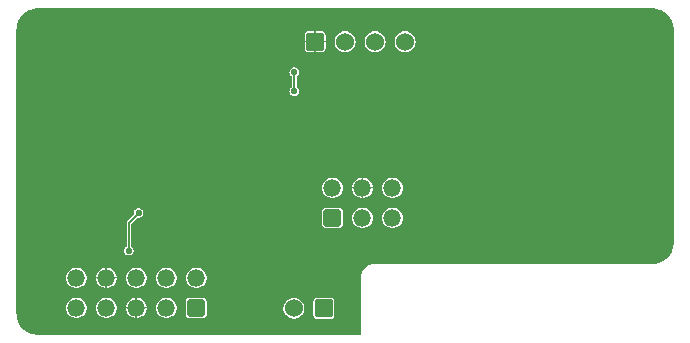
<source format=gbr>
%TF.GenerationSoftware,Altium Limited,Altium Designer,20.1.8 (145)*%
G04 Layer_Physical_Order=4*
G04 Layer_Color=16728128*
%FSLAX45Y45*%
%MOMM*%
%TF.SameCoordinates,106D5BB1-83B8-4C97-8579-1C7B844FC3FF*%
%TF.FilePolarity,Positive*%
%TF.FileFunction,Copper,L4,Bot,Signal*%
%TF.Part,Single*%
G01*
G75*
%TA.AperFunction,Conductor*%
%ADD24C,0.12700*%
%TA.AperFunction,ComponentPad*%
%ADD29C,1.50000*%
%TA.AperFunction,ViaPad*%
%ADD30C,3.60000*%
%TA.AperFunction,ComponentPad*%
%ADD31C,1.52400*%
G04:AMPARAMS|DCode=32|XSize=1.524mm|YSize=1.524mm|CornerRadius=0.1905mm|HoleSize=0mm|Usage=FLASHONLY|Rotation=0.000|XOffset=0mm|YOffset=0mm|HoleType=Round|Shape=RoundedRectangle|*
%AMROUNDEDRECTD32*
21,1,1.52400,1.14300,0,0,0.0*
21,1,1.14300,1.52400,0,0,0.0*
1,1,0.38100,0.57150,-0.57150*
1,1,0.38100,-0.57150,-0.57150*
1,1,0.38100,-0.57150,0.57150*
1,1,0.38100,0.57150,0.57150*
%
%ADD32ROUNDEDRECTD32*%
G04:AMPARAMS|DCode=33|XSize=1.5mm|YSize=1.45mm|CornerRadius=0.18125mm|HoleSize=0mm|Usage=FLASHONLY|Rotation=180.000|XOffset=0mm|YOffset=0mm|HoleType=Round|Shape=RoundedRectangle|*
%AMROUNDEDRECTD33*
21,1,1.50000,1.08750,0,0,180.0*
21,1,1.13750,1.45000,0,0,180.0*
1,1,0.36250,-0.56875,0.54375*
1,1,0.36250,0.56875,0.54375*
1,1,0.36250,0.56875,-0.54375*
1,1,0.36250,-0.56875,-0.54375*
%
%ADD33ROUNDEDRECTD33*%
%ADD34O,1.50000X1.45000*%
%TA.AperFunction,ViaPad*%
%ADD35C,0.56000*%
G36*
X200000Y2782065D02*
X5400001D01*
Y2782065D01*
X5417460Y2781291D01*
X5431639Y2779424D01*
X5447156Y2775984D01*
X5462315Y2771205D01*
X5476999Y2765122D01*
X5491097Y2757783D01*
X5504502Y2749243D01*
X5517112Y2739567D01*
X5528831Y2728829D01*
X5539569Y2717111D01*
X5549244Y2704501D01*
X5557784Y2691096D01*
X5565123Y2676998D01*
X5571206Y2662313D01*
X5575986Y2647155D01*
X5579426Y2631637D01*
X5581500Y2615879D01*
X5582162Y2600724D01*
X5582067Y2600000D01*
Y800000D01*
X5582162Y799276D01*
X5581500Y784121D01*
X5579426Y768363D01*
X5575986Y752845D01*
X5571206Y737686D01*
X5565123Y723002D01*
X5557784Y708903D01*
X5549244Y695498D01*
X5539568Y682888D01*
X5528830Y671170D01*
X5517112Y660432D01*
X5504502Y650756D01*
X5491097Y642216D01*
X5476998Y634877D01*
X5462314Y628794D01*
X5447155Y624015D01*
X5431638Y620575D01*
X5415879Y618500D01*
X5400725Y617838D01*
X5400000Y617934D01*
X3068580Y617933D01*
X3050800Y617966D01*
X3037592Y617225D01*
X3033595Y616545D01*
X3024550Y615008D01*
X3011838Y611346D01*
X2999617Y606284D01*
X2988038Y599885D01*
X2977250Y592230D01*
X2967386Y583415D01*
X2958571Y573551D01*
X2950916Y562762D01*
X2944517Y551184D01*
X2939454Y538962D01*
X2935792Y526250D01*
X2934255Y517206D01*
X2933575Y513209D01*
X2932834Y500000D01*
X2932867D01*
Y17933D01*
X200000D01*
X199276Y17838D01*
X184121Y18500D01*
X168363Y20574D01*
X152845Y24014D01*
X137686Y28794D01*
X123002Y34876D01*
X108903Y42216D01*
X95498Y50756D01*
X82888Y60432D01*
X71170Y71170D01*
X60432Y82888D01*
X50756Y95498D01*
X42216Y108903D01*
X34876Y123002D01*
X28794Y137686D01*
X24014Y152845D01*
X20574Y168363D01*
X18500Y184121D01*
X17846Y199100D01*
X17934Y199769D01*
X17933Y2600000D01*
X17838Y2600724D01*
X18500Y2615878D01*
X20574Y2631636D01*
X24014Y2647154D01*
X28794Y2662312D01*
X34876Y2676997D01*
X42216Y2691095D01*
X50756Y2704501D01*
X60432Y2717110D01*
X71170Y2728829D01*
X82888Y2739567D01*
X95498Y2749243D01*
X108903Y2757783D01*
X123002Y2765122D01*
X137686Y2771205D01*
X152845Y2775984D01*
X168363Y2779424D01*
X184121Y2781499D01*
X199276Y2782161D01*
X200000Y2782065D01*
D02*
G37*
%LPC*%
G36*
X2603150Y2589053D02*
X2552350D01*
Y2506350D01*
X2635054D01*
Y2557150D01*
X2634441Y2563374D01*
X2632625Y2569359D01*
X2629677Y2574874D01*
X2625709Y2579709D01*
X2620875Y2583677D01*
X2615359Y2586625D01*
X2609374Y2588441D01*
X2603150Y2589053D01*
D02*
G37*
G36*
X2539650D02*
X2488850D01*
X2482626Y2588441D01*
X2476641Y2586625D01*
X2471125Y2583677D01*
X2466291Y2579709D01*
X2462323Y2574874D01*
X2459375Y2569359D01*
X2457559Y2563374D01*
X2456946Y2557150D01*
Y2506350D01*
X2539650D01*
Y2589053D01*
D02*
G37*
G36*
X2635054Y2493650D02*
X2552350D01*
Y2410946D01*
X2603150D01*
X2609374Y2411559D01*
X2615359Y2413375D01*
X2620875Y2416323D01*
X2625709Y2420291D01*
X2629677Y2425125D01*
X2632625Y2430641D01*
X2634441Y2436626D01*
X2635054Y2442850D01*
Y2493650D01*
D02*
G37*
G36*
X2539650D02*
X2456946D01*
Y2442850D01*
X2457559Y2436626D01*
X2459375Y2430641D01*
X2462323Y2425125D01*
X2466291Y2420291D01*
X2471125Y2416323D01*
X2476641Y2413375D01*
X2482626Y2411559D01*
X2488850Y2410946D01*
X2539650D01*
Y2493650D01*
D02*
G37*
G36*
X3308000Y2589091D02*
X3296371Y2588328D01*
X3284942Y2586055D01*
X3273906Y2582309D01*
X3263454Y2577155D01*
X3253765Y2570680D01*
X3245003Y2562996D01*
X3237320Y2554235D01*
X3230845Y2544545D01*
X3225691Y2534093D01*
X3221945Y2523058D01*
X3219671Y2511628D01*
X3218909Y2500000D01*
X3219671Y2488371D01*
X3221945Y2476941D01*
X3225691Y2465906D01*
X3230845Y2455455D01*
X3237320Y2445765D01*
X3245003Y2437003D01*
X3253765Y2429319D01*
X3263454Y2422845D01*
X3273906Y2417691D01*
X3284942Y2413945D01*
X3296371Y2411671D01*
X3308000Y2410909D01*
X3319629Y2411671D01*
X3331058Y2413945D01*
X3342094Y2417691D01*
X3352545Y2422845D01*
X3362235Y2429319D01*
X3370997Y2437003D01*
X3378680Y2445765D01*
X3385155Y2455455D01*
X3390309Y2465906D01*
X3394055Y2476941D01*
X3396328Y2488371D01*
X3397091Y2500000D01*
X3396328Y2511628D01*
X3394055Y2523058D01*
X3390309Y2534093D01*
X3385155Y2544545D01*
X3378680Y2554235D01*
X3370997Y2562996D01*
X3362235Y2570680D01*
X3352545Y2577155D01*
X3342094Y2582309D01*
X3331058Y2586055D01*
X3319629Y2588328D01*
X3308000Y2589091D01*
D02*
G37*
G36*
X3054000D02*
X3042371Y2588328D01*
X3030942Y2586055D01*
X3019906Y2582309D01*
X3009454Y2577155D01*
X2999765Y2570680D01*
X2991003Y2562996D01*
X2983320Y2554235D01*
X2976845Y2544545D01*
X2971691Y2534093D01*
X2967945Y2523058D01*
X2965671Y2511628D01*
X2964909Y2500000D01*
X2965671Y2488371D01*
X2967945Y2476941D01*
X2971691Y2465906D01*
X2976845Y2455455D01*
X2983320Y2445765D01*
X2991003Y2437003D01*
X2999765Y2429319D01*
X3009454Y2422845D01*
X3019906Y2417691D01*
X3030942Y2413945D01*
X3042371Y2411671D01*
X3054000Y2410909D01*
X3065629Y2411671D01*
X3077058Y2413945D01*
X3088094Y2417691D01*
X3098545Y2422845D01*
X3108235Y2429319D01*
X3116997Y2437003D01*
X3124680Y2445765D01*
X3131155Y2455455D01*
X3136309Y2465906D01*
X3140055Y2476941D01*
X3142328Y2488371D01*
X3143091Y2500000D01*
X3142328Y2511628D01*
X3140055Y2523058D01*
X3136309Y2534093D01*
X3131155Y2544545D01*
X3124680Y2554235D01*
X3116997Y2562996D01*
X3108235Y2570680D01*
X3098545Y2577155D01*
X3088094Y2582309D01*
X3077058Y2586055D01*
X3065629Y2588328D01*
X3054000Y2589091D01*
D02*
G37*
G36*
X2800000D02*
X2788371Y2588328D01*
X2776942Y2586055D01*
X2765906Y2582309D01*
X2755454Y2577155D01*
X2745765Y2570680D01*
X2737003Y2562996D01*
X2729320Y2554235D01*
X2722845Y2544545D01*
X2717691Y2534093D01*
X2713945Y2523058D01*
X2711671Y2511628D01*
X2710909Y2500000D01*
X2711671Y2488371D01*
X2713945Y2476941D01*
X2717691Y2465906D01*
X2722845Y2455455D01*
X2729320Y2445765D01*
X2737003Y2437003D01*
X2745765Y2429319D01*
X2755454Y2422845D01*
X2765906Y2417691D01*
X2776942Y2413945D01*
X2788371Y2411671D01*
X2800000Y2410909D01*
X2811629Y2411671D01*
X2823058Y2413945D01*
X2834094Y2417691D01*
X2844545Y2422845D01*
X2854235Y2429319D01*
X2862997Y2437003D01*
X2870680Y2445765D01*
X2877155Y2455455D01*
X2882309Y2465906D01*
X2886055Y2476941D01*
X2888328Y2488371D01*
X2889091Y2500000D01*
X2888328Y2511628D01*
X2886055Y2523058D01*
X2882309Y2534093D01*
X2877155Y2544545D01*
X2870680Y2554235D01*
X2862997Y2562996D01*
X2854235Y2570680D01*
X2844545Y2577155D01*
X2834094Y2582309D01*
X2823058Y2586055D01*
X2811629Y2588328D01*
X2800000Y2589091D01*
D02*
G37*
G36*
X2370215Y2282095D02*
X2362237Y2281309D01*
X2354565Y2278982D01*
X2347494Y2275202D01*
X2341297Y2270116D01*
X2336211Y2263919D01*
X2332432Y2256848D01*
X2330105Y2249177D01*
X2329319Y2241198D01*
X2330105Y2233219D01*
X2332432Y2225547D01*
X2336211Y2218477D01*
X2341297Y2212280D01*
X2347494Y2207193D01*
X2351001Y2205319D01*
Y2117079D01*
X2347495Y2115204D01*
X2341297Y2110118D01*
X2336211Y2103921D01*
X2332432Y2096850D01*
X2330105Y2089178D01*
X2329319Y2081200D01*
X2330105Y2073221D01*
X2332432Y2065549D01*
X2336211Y2058479D01*
X2341297Y2052281D01*
X2347495Y2047195D01*
X2354565Y2043416D01*
X2362237Y2041089D01*
X2370216Y2040303D01*
X2378194Y2041089D01*
X2385866Y2043416D01*
X2392937Y2047195D01*
X2399134Y2052281D01*
X2404220Y2058479D01*
X2408000Y2065549D01*
X2410327Y2073221D01*
X2411113Y2081200D01*
X2410327Y2089178D01*
X2408000Y2096850D01*
X2404220Y2103921D01*
X2399134Y2110118D01*
X2392937Y2115204D01*
X2389430Y2117079D01*
Y2205319D01*
X2392937Y2207193D01*
X2399134Y2212280D01*
X2404220Y2218477D01*
X2407999Y2225547D01*
X2410326Y2233219D01*
X2411112Y2241198D01*
X2410326Y2249177D01*
X2407999Y2256848D01*
X2404220Y2263919D01*
X2399134Y2270116D01*
X2392937Y2275202D01*
X2385866Y2278982D01*
X2378194Y2281309D01*
X2370215Y2282095D01*
D02*
G37*
G36*
X2954149Y1349048D02*
Y1270267D01*
X3035265D01*
X3034951Y1275062D01*
X3032772Y1286016D01*
X3029182Y1296592D01*
X3024242Y1306609D01*
X3018037Y1315895D01*
X3010673Y1324292D01*
X3002276Y1331656D01*
X2992990Y1337861D01*
X2982973Y1342801D01*
X2972397Y1346391D01*
X2961443Y1348570D01*
X2954149Y1349048D01*
D02*
G37*
G36*
X2941449D02*
X2934154Y1348570D01*
X2923200Y1346391D01*
X2912624Y1342801D01*
X2902607Y1337861D01*
X2893321Y1331656D01*
X2884924Y1324292D01*
X2877560Y1315895D01*
X2871355Y1306609D01*
X2866415Y1296592D01*
X2862825Y1286016D01*
X2860647Y1275062D01*
X2860332Y1270267D01*
X2941449D01*
Y1349048D01*
D02*
G37*
G36*
X3035265Y1257567D02*
X2954149D01*
Y1178787D01*
X2961443Y1179265D01*
X2972397Y1181444D01*
X2982973Y1185034D01*
X2992990Y1189973D01*
X3002276Y1196178D01*
X3010673Y1203542D01*
X3018037Y1211939D01*
X3024242Y1221226D01*
X3029182Y1231243D01*
X3032772Y1241818D01*
X3034951Y1252772D01*
X3035265Y1257567D01*
D02*
G37*
G36*
X2941449D02*
X2860332D01*
X2860647Y1252772D01*
X2862825Y1241818D01*
X2866415Y1231243D01*
X2871355Y1221226D01*
X2877560Y1211939D01*
X2884924Y1203542D01*
X2893321Y1196178D01*
X2902607Y1189973D01*
X2912624Y1185034D01*
X2923200Y1181444D01*
X2934154Y1179265D01*
X2941449Y1178787D01*
Y1257567D01*
D02*
G37*
G36*
X3204299Y1349300D02*
X3199299D01*
X3188154Y1348570D01*
X3177200Y1346391D01*
X3166624Y1342801D01*
X3156607Y1337861D01*
X3147321Y1331656D01*
X3138924Y1324292D01*
X3131560Y1315895D01*
X3125355Y1306609D01*
X3120415Y1296592D01*
X3116825Y1286016D01*
X3114647Y1275062D01*
X3113916Y1263917D01*
X3114647Y1252773D01*
X3116825Y1241819D01*
X3120415Y1231243D01*
X3125355Y1221226D01*
X3131560Y1211940D01*
X3138924Y1203543D01*
X3147321Y1196179D01*
X3156607Y1189974D01*
X3166624Y1185034D01*
X3177200Y1181444D01*
X3188154Y1179265D01*
X3199299Y1178535D01*
X3204299D01*
X3215443Y1179265D01*
X3226397Y1181444D01*
X3236973Y1185034D01*
X3246990Y1189974D01*
X3256276Y1196179D01*
X3264673Y1203543D01*
X3272037Y1211940D01*
X3278242Y1221226D01*
X3283182Y1231243D01*
X3286772Y1241819D01*
X3288951Y1252773D01*
X3289682Y1263917D01*
X3288951Y1275062D01*
X3286772Y1286016D01*
X3283182Y1296592D01*
X3278242Y1306609D01*
X3272037Y1315895D01*
X3264673Y1324292D01*
X3256276Y1331656D01*
X3246990Y1337861D01*
X3236973Y1342801D01*
X3226397Y1346391D01*
X3215443Y1348570D01*
X3204299Y1349300D01*
D02*
G37*
G36*
X2696299D02*
X2691299D01*
X2680154Y1348570D01*
X2669200Y1346391D01*
X2658624Y1342801D01*
X2648607Y1337861D01*
X2639321Y1331656D01*
X2630924Y1324292D01*
X2623560Y1315895D01*
X2617355Y1306609D01*
X2612415Y1296592D01*
X2608825Y1286016D01*
X2606647Y1275062D01*
X2605916Y1263917D01*
X2606647Y1252773D01*
X2608825Y1241819D01*
X2612415Y1231243D01*
X2617355Y1221226D01*
X2623560Y1211940D01*
X2630924Y1203543D01*
X2639321Y1196179D01*
X2648607Y1189974D01*
X2658624Y1185034D01*
X2669200Y1181444D01*
X2680154Y1179265D01*
X2691299Y1178535D01*
X2696299D01*
X2707443Y1179265D01*
X2718397Y1181444D01*
X2728973Y1185034D01*
X2738990Y1189974D01*
X2748276Y1196179D01*
X2756673Y1203543D01*
X2764037Y1211940D01*
X2770242Y1221226D01*
X2775182Y1231243D01*
X2778772Y1241819D01*
X2780951Y1252773D01*
X2781682Y1263917D01*
X2780951Y1275062D01*
X2778772Y1286016D01*
X2775182Y1296592D01*
X2770242Y1306609D01*
X2764037Y1315895D01*
X2756673Y1324292D01*
X2748276Y1331656D01*
X2738990Y1337861D01*
X2728973Y1342801D01*
X2718397Y1346391D01*
X2707443Y1348570D01*
X2696299Y1349300D01*
D02*
G37*
G36*
X1051300Y1090803D02*
X1043321Y1090017D01*
X1035649Y1087690D01*
X1028579Y1083910D01*
X1022381Y1078824D01*
X1017295Y1072627D01*
X1013516Y1065556D01*
X1011189Y1057885D01*
X1010403Y1049906D01*
X1011189Y1041927D01*
X1012343Y1038122D01*
X956016Y981795D01*
X952963Y977816D01*
X951043Y973182D01*
X950388Y968209D01*
X950388Y968207D01*
Y766733D01*
X946882Y764859D01*
X940684Y759773D01*
X935598Y753576D01*
X931819Y746505D01*
X929492Y738833D01*
X928706Y730855D01*
X929492Y722876D01*
X931819Y715204D01*
X935598Y708133D01*
X940684Y701936D01*
X946882Y696850D01*
X953952Y693071D01*
X961624Y690744D01*
X969603Y689958D01*
X977581Y690744D01*
X985253Y693071D01*
X992324Y696850D01*
X998521Y701936D01*
X1003607Y708133D01*
X1007386Y715204D01*
X1009713Y722876D01*
X1010499Y730855D01*
X1009713Y738833D01*
X1007386Y746505D01*
X1003607Y753576D01*
X998521Y759773D01*
X992324Y764859D01*
X988817Y766733D01*
Y960250D01*
X1039516Y1010949D01*
X1043321Y1009795D01*
X1051300Y1009009D01*
X1059279Y1009795D01*
X1066950Y1012122D01*
X1074021Y1015901D01*
X1080218Y1020988D01*
X1085304Y1027185D01*
X1089084Y1034255D01*
X1091411Y1041927D01*
X1092197Y1049906D01*
X1091411Y1057885D01*
X1089084Y1065556D01*
X1085304Y1072627D01*
X1080218Y1078824D01*
X1074021Y1083910D01*
X1066950Y1087690D01*
X1059279Y1090017D01*
X1051300Y1090803D01*
D02*
G37*
G36*
X2750674Y1095267D02*
X2636924D01*
X2630881Y1094671D01*
X2625071Y1092909D01*
X2619716Y1090047D01*
X2615022Y1086194D01*
X2611170Y1081501D01*
X2608308Y1076146D01*
X2606545Y1070335D01*
X2605950Y1064293D01*
Y955542D01*
X2606545Y949500D01*
X2608308Y943689D01*
X2611170Y938334D01*
X2615022Y933641D01*
X2619716Y929788D01*
X2625071Y926926D01*
X2630881Y925164D01*
X2636924Y924568D01*
X2750674D01*
X2756716Y925164D01*
X2762527Y926926D01*
X2767882Y929788D01*
X2772576Y933641D01*
X2776428Y938334D01*
X2779290Y943689D01*
X2781053Y949500D01*
X2781648Y955542D01*
Y1064293D01*
X2781053Y1070335D01*
X2779290Y1076146D01*
X2776428Y1081501D01*
X2772576Y1086194D01*
X2767882Y1090047D01*
X2762527Y1092909D01*
X2756716Y1094671D01*
X2750674Y1095267D01*
D02*
G37*
G36*
X2950299Y1095301D02*
X2945299D01*
X2934154Y1094570D01*
X2923200Y1092391D01*
X2912624Y1088801D01*
X2902607Y1083861D01*
X2893321Y1077656D01*
X2884924Y1070293D01*
X2877560Y1061896D01*
X2871355Y1052609D01*
X2866415Y1042592D01*
X2862825Y1032016D01*
X2860647Y1021062D01*
X2859916Y1009918D01*
X2860647Y998773D01*
X2862825Y987819D01*
X2866415Y977243D01*
X2871355Y967226D01*
X2877560Y957940D01*
X2884924Y949543D01*
X2893321Y942179D01*
X2902607Y935974D01*
X2912624Y931034D01*
X2923200Y927444D01*
X2934154Y925265D01*
X2945299Y924535D01*
X2950299D01*
X2961443Y925265D01*
X2972397Y927444D01*
X2982973Y931034D01*
X2992990Y935974D01*
X3002276Y942179D01*
X3010673Y949543D01*
X3018037Y957940D01*
X3024242Y967226D01*
X3029182Y977243D01*
X3032772Y987819D01*
X3034951Y998773D01*
X3035682Y1009918D01*
X3034951Y1021062D01*
X3032772Y1032016D01*
X3029182Y1042592D01*
X3024242Y1052609D01*
X3018037Y1061896D01*
X3010673Y1070293D01*
X3002276Y1077656D01*
X2992990Y1083861D01*
X2982973Y1088801D01*
X2972397Y1092391D01*
X2961443Y1094570D01*
X2950299Y1095301D01*
D02*
G37*
G36*
X3204299Y1095300D02*
X3199299D01*
X3188154Y1094570D01*
X3177200Y1092391D01*
X3166624Y1088801D01*
X3156607Y1083861D01*
X3147321Y1077656D01*
X3138924Y1070292D01*
X3131560Y1061895D01*
X3125355Y1052609D01*
X3120415Y1042592D01*
X3116825Y1032016D01*
X3114647Y1021062D01*
X3113916Y1009917D01*
X3114647Y998773D01*
X3116825Y987819D01*
X3120415Y977243D01*
X3125355Y967226D01*
X3131560Y957940D01*
X3138924Y949543D01*
X3147321Y942179D01*
X3156607Y935974D01*
X3166624Y931034D01*
X3177200Y927444D01*
X3188154Y925265D01*
X3199299Y924535D01*
X3204299D01*
X3215443Y925265D01*
X3226397Y927444D01*
X3236973Y931034D01*
X3246990Y935974D01*
X3256276Y942179D01*
X3264673Y949543D01*
X3272037Y957940D01*
X3278242Y967226D01*
X3283182Y977243D01*
X3286772Y987819D01*
X3288951Y998773D01*
X3289682Y1009917D01*
X3288951Y1021062D01*
X3286772Y1032016D01*
X3283182Y1042592D01*
X3278242Y1052609D01*
X3272037Y1061895D01*
X3264673Y1070292D01*
X3256276Y1077656D01*
X3246990Y1083861D01*
X3236973Y1088801D01*
X3226397Y1092391D01*
X3215443Y1094570D01*
X3204299Y1095300D01*
D02*
G37*
G36*
X784354Y586590D02*
Y507810D01*
X865471D01*
X865157Y512605D01*
X862978Y523559D01*
X859388Y534135D01*
X854448Y544151D01*
X848243Y553438D01*
X840879Y561835D01*
X832482Y569199D01*
X823196Y575404D01*
X813179Y580344D01*
X802603Y583934D01*
X791649Y586112D01*
X784354Y586590D01*
D02*
G37*
G36*
X771654D02*
X764360Y586112D01*
X753406Y583934D01*
X742830Y580344D01*
X732813Y575404D01*
X723527Y569199D01*
X715130Y561835D01*
X707766Y553438D01*
X701561Y544151D01*
X696621Y534135D01*
X693031Y523559D01*
X690852Y512605D01*
X690538Y507810D01*
X771654D01*
Y586590D01*
D02*
G37*
G36*
X865471Y495110D02*
X784354D01*
Y416330D01*
X791649Y416808D01*
X802603Y418986D01*
X813179Y422576D01*
X823196Y427516D01*
X832482Y433721D01*
X840879Y441085D01*
X848243Y449482D01*
X854448Y458769D01*
X859388Y468785D01*
X862978Y479361D01*
X865157Y490315D01*
X865471Y495110D01*
D02*
G37*
G36*
X771654D02*
X690538D01*
X690852Y490315D01*
X693031Y479361D01*
X696621Y468785D01*
X701561Y458769D01*
X707766Y449482D01*
X715130Y441085D01*
X723527Y433721D01*
X732813Y427516D01*
X742830Y422576D01*
X753406Y418986D01*
X764360Y416808D01*
X771654Y416330D01*
Y495110D01*
D02*
G37*
G36*
X1542504Y586843D02*
X1537504D01*
X1526360Y586112D01*
X1515406Y583934D01*
X1504830Y580344D01*
X1494813Y575404D01*
X1485527Y569199D01*
X1477130Y561835D01*
X1469766Y553438D01*
X1463561Y544151D01*
X1458621Y534135D01*
X1455031Y523559D01*
X1452852Y512605D01*
X1452122Y501460D01*
X1452852Y490315D01*
X1455031Y479361D01*
X1458621Y468785D01*
X1463561Y458769D01*
X1469766Y449482D01*
X1477130Y441085D01*
X1485527Y433721D01*
X1494813Y427516D01*
X1504830Y422576D01*
X1515406Y418986D01*
X1526360Y416808D01*
X1537504Y416077D01*
X1542504D01*
X1553649Y416808D01*
X1564603Y418986D01*
X1575179Y422576D01*
X1585196Y427516D01*
X1594482Y433721D01*
X1602879Y441085D01*
X1610243Y449482D01*
X1616448Y458769D01*
X1621388Y468785D01*
X1624978Y479361D01*
X1627157Y490315D01*
X1627887Y501460D01*
X1627157Y512605D01*
X1624978Y523559D01*
X1621388Y534135D01*
X1616448Y544151D01*
X1610243Y553438D01*
X1602879Y561835D01*
X1594482Y569199D01*
X1585196Y575404D01*
X1575179Y580344D01*
X1564603Y583934D01*
X1553649Y586112D01*
X1542504Y586843D01*
D02*
G37*
G36*
X1288504D02*
X1283504D01*
X1272360Y586112D01*
X1261406Y583934D01*
X1250830Y580344D01*
X1240813Y575404D01*
X1231527Y569199D01*
X1223130Y561835D01*
X1215766Y553438D01*
X1209561Y544151D01*
X1204621Y534135D01*
X1201031Y523559D01*
X1198852Y512605D01*
X1198122Y501460D01*
X1198852Y490315D01*
X1201031Y479361D01*
X1204621Y468785D01*
X1209561Y458769D01*
X1215766Y449482D01*
X1223130Y441085D01*
X1231527Y433721D01*
X1240813Y427516D01*
X1250830Y422576D01*
X1261406Y418986D01*
X1272360Y416808D01*
X1283504Y416077D01*
X1288504D01*
X1299649Y416808D01*
X1310603Y418986D01*
X1321179Y422576D01*
X1331196Y427516D01*
X1340482Y433721D01*
X1348879Y441085D01*
X1356243Y449482D01*
X1362448Y458769D01*
X1367388Y468785D01*
X1370978Y479361D01*
X1373157Y490315D01*
X1373887Y501460D01*
X1373157Y512605D01*
X1370978Y523559D01*
X1367388Y534135D01*
X1362448Y544151D01*
X1356243Y553438D01*
X1348879Y561835D01*
X1340482Y569199D01*
X1331196Y575404D01*
X1321179Y580344D01*
X1310603Y583934D01*
X1299649Y586112D01*
X1288504Y586843D01*
D02*
G37*
G36*
X1034504D02*
X1029504D01*
X1018360Y586112D01*
X1007406Y583934D01*
X996830Y580344D01*
X986813Y575404D01*
X977527Y569199D01*
X969130Y561835D01*
X961766Y553438D01*
X955561Y544151D01*
X950621Y534135D01*
X947031Y523559D01*
X944852Y512605D01*
X944122Y501460D01*
X944852Y490315D01*
X947031Y479361D01*
X950621Y468785D01*
X955561Y458769D01*
X961766Y449482D01*
X969130Y441085D01*
X977527Y433721D01*
X986813Y427516D01*
X996830Y422576D01*
X1007406Y418986D01*
X1018360Y416808D01*
X1029504Y416077D01*
X1034504D01*
X1045649Y416808D01*
X1056603Y418986D01*
X1067179Y422576D01*
X1077196Y427516D01*
X1086482Y433721D01*
X1094879Y441085D01*
X1102243Y449482D01*
X1108448Y458769D01*
X1113388Y468785D01*
X1116978Y479361D01*
X1119157Y490315D01*
X1119887Y501460D01*
X1119157Y512605D01*
X1116978Y523559D01*
X1113388Y534135D01*
X1108448Y544151D01*
X1102243Y553438D01*
X1094879Y561835D01*
X1086482Y569199D01*
X1077196Y575404D01*
X1067179Y580344D01*
X1056603Y583934D01*
X1045649Y586112D01*
X1034504Y586843D01*
D02*
G37*
G36*
X526504D02*
X521504D01*
X510360Y586112D01*
X499406Y583934D01*
X488830Y580344D01*
X478813Y575404D01*
X469527Y569199D01*
X461130Y561835D01*
X453766Y553438D01*
X447561Y544151D01*
X442621Y534135D01*
X439031Y523559D01*
X436852Y512605D01*
X436122Y501460D01*
X436852Y490315D01*
X439031Y479361D01*
X442621Y468785D01*
X447561Y458769D01*
X453766Y449482D01*
X461130Y441085D01*
X469527Y433721D01*
X478813Y427516D01*
X488830Y422576D01*
X499406Y418986D01*
X510360Y416808D01*
X521504Y416077D01*
X526504D01*
X537649Y416808D01*
X548603Y418986D01*
X559179Y422576D01*
X569196Y427516D01*
X578482Y433721D01*
X586879Y441085D01*
X594243Y449482D01*
X600448Y458769D01*
X605388Y468785D01*
X608978Y479361D01*
X611157Y490315D01*
X611887Y501460D01*
X611157Y512605D01*
X608978Y523559D01*
X605388Y534135D01*
X600448Y544151D01*
X594243Y553438D01*
X586879Y561835D01*
X578482Y569199D01*
X569196Y575404D01*
X559179Y580344D01*
X548603Y583934D01*
X537649Y586112D01*
X526504Y586843D01*
D02*
G37*
G36*
X1038354Y332590D02*
Y253810D01*
X1119471D01*
X1119157Y258605D01*
X1116978Y269559D01*
X1113388Y280135D01*
X1108448Y290151D01*
X1102243Y299438D01*
X1094879Y307835D01*
X1086482Y315199D01*
X1077196Y321404D01*
X1067179Y326344D01*
X1056603Y329934D01*
X1045649Y332112D01*
X1038354Y332590D01*
D02*
G37*
G36*
X1025654D02*
X1018360Y332112D01*
X1007406Y329934D01*
X996830Y326344D01*
X986813Y321404D01*
X977527Y315199D01*
X969130Y307835D01*
X961766Y299438D01*
X955561Y290151D01*
X950621Y280135D01*
X947031Y269559D01*
X944852Y258605D01*
X944538Y253810D01*
X1025654D01*
Y332590D01*
D02*
G37*
G36*
X1119471Y241110D02*
X1038354D01*
Y162330D01*
X1045649Y162808D01*
X1056603Y164986D01*
X1067179Y168576D01*
X1077196Y173516D01*
X1086482Y179721D01*
X1094879Y187085D01*
X1102243Y195482D01*
X1108448Y204769D01*
X1113388Y214785D01*
X1116978Y225361D01*
X1119157Y236315D01*
X1119471Y241110D01*
D02*
G37*
G36*
X1025654D02*
X944538D01*
X944852Y236315D01*
X947031Y225361D01*
X950621Y214785D01*
X955561Y204769D01*
X961766Y195482D01*
X969130Y187085D01*
X977527Y179721D01*
X986813Y173516D01*
X996830Y168576D01*
X1007406Y164986D01*
X1018360Y162808D01*
X1025654Y162330D01*
Y241110D01*
D02*
G37*
G36*
X1596879Y332809D02*
X1483129D01*
X1477087Y332214D01*
X1471276Y330451D01*
X1465921Y327589D01*
X1461227Y323737D01*
X1457375Y319043D01*
X1454513Y313688D01*
X1452750Y307878D01*
X1452155Y301835D01*
Y193085D01*
X1452750Y187042D01*
X1454513Y181232D01*
X1457375Y175877D01*
X1461227Y171183D01*
X1465921Y167331D01*
X1471276Y164469D01*
X1477087Y162706D01*
X1483129Y162111D01*
X1596879D01*
X1602922Y162706D01*
X1608732Y164469D01*
X1614087Y167331D01*
X1618781Y171183D01*
X1622633Y175877D01*
X1625495Y181232D01*
X1627258Y187042D01*
X1627853Y193085D01*
Y301835D01*
X1627258Y307878D01*
X1625495Y313688D01*
X1622633Y319043D01*
X1618781Y323737D01*
X1614087Y327589D01*
X1608732Y330451D01*
X1602922Y332214D01*
X1596879Y332809D01*
D02*
G37*
G36*
X1288504Y332843D02*
X1283504D01*
X1272360Y332112D01*
X1261406Y329934D01*
X1250830Y326344D01*
X1240813Y321404D01*
X1231527Y315199D01*
X1223130Y307835D01*
X1215766Y299438D01*
X1209561Y290151D01*
X1204621Y280135D01*
X1201031Y269559D01*
X1198852Y258605D01*
X1198122Y247460D01*
X1198852Y236315D01*
X1201031Y225361D01*
X1204621Y214785D01*
X1209561Y204769D01*
X1215766Y195482D01*
X1223130Y187085D01*
X1231527Y179721D01*
X1240813Y173516D01*
X1250830Y168576D01*
X1261406Y164986D01*
X1272360Y162808D01*
X1283504Y162077D01*
X1288504D01*
X1299649Y162808D01*
X1310603Y164986D01*
X1321179Y168576D01*
X1331196Y173516D01*
X1340482Y179721D01*
X1348879Y187085D01*
X1356243Y195482D01*
X1362448Y204769D01*
X1367388Y214785D01*
X1370978Y225361D01*
X1373157Y236315D01*
X1373887Y247460D01*
X1373157Y258605D01*
X1370978Y269559D01*
X1367388Y280135D01*
X1362448Y290151D01*
X1356243Y299438D01*
X1348879Y307835D01*
X1340482Y315199D01*
X1331196Y321404D01*
X1321179Y326344D01*
X1310603Y329934D01*
X1299649Y332112D01*
X1288504Y332843D01*
D02*
G37*
G36*
X780504D02*
X775504D01*
X764360Y332112D01*
X753406Y329934D01*
X742830Y326344D01*
X732813Y321404D01*
X723527Y315199D01*
X715130Y307835D01*
X707766Y299438D01*
X701561Y290151D01*
X696621Y280135D01*
X693031Y269559D01*
X690852Y258605D01*
X690122Y247460D01*
X690852Y236315D01*
X693031Y225361D01*
X696621Y214785D01*
X701561Y204769D01*
X707766Y195482D01*
X715130Y187085D01*
X723527Y179721D01*
X732813Y173516D01*
X742830Y168576D01*
X753406Y164986D01*
X764360Y162808D01*
X775504Y162077D01*
X780504D01*
X791649Y162808D01*
X802603Y164986D01*
X813179Y168576D01*
X823196Y173516D01*
X832482Y179721D01*
X840879Y187085D01*
X848243Y195482D01*
X854448Y204769D01*
X859388Y214785D01*
X862978Y225361D01*
X865157Y236315D01*
X865887Y247460D01*
X865157Y258605D01*
X862978Y269559D01*
X859388Y280135D01*
X854448Y290151D01*
X848243Y299438D01*
X840879Y307835D01*
X832482Y315199D01*
X823196Y321404D01*
X813179Y326344D01*
X802603Y329934D01*
X791649Y332112D01*
X780504Y332843D01*
D02*
G37*
G36*
X526504D02*
X521504D01*
X510360Y332112D01*
X499406Y329934D01*
X488830Y326344D01*
X478813Y321404D01*
X469527Y315199D01*
X461130Y307835D01*
X453766Y299438D01*
X447561Y290151D01*
X442621Y280135D01*
X439031Y269559D01*
X436852Y258605D01*
X436122Y247460D01*
X436852Y236315D01*
X439031Y225361D01*
X442621Y214785D01*
X447561Y204769D01*
X453766Y195482D01*
X461130Y187085D01*
X469527Y179721D01*
X478813Y173516D01*
X488830Y168576D01*
X499406Y164986D01*
X510360Y162808D01*
X521504Y162077D01*
X526504D01*
X537649Y162808D01*
X548603Y164986D01*
X559179Y168576D01*
X569196Y173516D01*
X578482Y179721D01*
X586879Y187085D01*
X594243Y195482D01*
X600448Y204769D01*
X605388Y214785D01*
X608978Y225361D01*
X611157Y236315D01*
X611887Y247460D01*
X611157Y258605D01*
X608978Y269559D01*
X605388Y280135D01*
X600448Y290151D01*
X594243Y299438D01*
X586879Y307835D01*
X578482Y315199D01*
X569196Y321404D01*
X559179Y326344D01*
X548603Y329934D01*
X537649Y332112D01*
X526504Y332843D01*
D02*
G37*
G36*
X2678430Y331624D02*
X2564130D01*
X2557906Y331011D01*
X2551921Y329195D01*
X2546406Y326247D01*
X2541571Y322279D01*
X2537603Y317445D01*
X2534655Y311929D01*
X2532839Y305944D01*
X2532227Y299720D01*
Y185420D01*
X2532839Y179196D01*
X2534655Y173211D01*
X2537603Y167695D01*
X2541571Y162861D01*
X2546406Y158893D01*
X2551921Y155945D01*
X2557906Y154129D01*
X2564130Y153516D01*
X2678430D01*
X2684654Y154129D01*
X2690639Y155945D01*
X2696155Y158893D01*
X2700990Y162861D01*
X2704957Y167695D01*
X2707905Y173211D01*
X2709721Y179196D01*
X2710334Y185420D01*
Y299720D01*
X2709721Y305944D01*
X2707905Y311929D01*
X2704957Y317445D01*
X2700990Y322279D01*
X2696155Y326247D01*
X2690639Y329195D01*
X2684654Y331011D01*
X2678430Y331624D01*
D02*
G37*
G36*
X2367280Y331661D02*
X2355652Y330898D01*
X2344222Y328625D01*
X2333187Y324879D01*
X2322735Y319725D01*
X2313045Y313250D01*
X2304284Y305567D01*
X2296600Y296805D01*
X2290125Y287116D01*
X2284971Y276664D01*
X2281225Y265628D01*
X2278952Y254199D01*
X2278189Y242570D01*
X2278952Y230941D01*
X2281225Y219512D01*
X2284971Y208476D01*
X2290125Y198024D01*
X2296600Y188335D01*
X2304284Y179573D01*
X2313045Y171890D01*
X2322735Y165415D01*
X2333187Y160261D01*
X2344222Y156515D01*
X2355652Y154241D01*
X2367280Y153479D01*
X2378909Y154241D01*
X2390339Y156515D01*
X2401374Y160261D01*
X2411826Y165415D01*
X2421515Y171890D01*
X2430277Y179573D01*
X2437961Y188335D01*
X2444435Y198024D01*
X2449589Y208476D01*
X2453335Y219512D01*
X2455609Y230941D01*
X2456371Y242570D01*
X2455609Y254199D01*
X2453335Y265628D01*
X2449589Y276664D01*
X2444435Y287116D01*
X2437961Y296805D01*
X2430277Y305567D01*
X2421515Y313250D01*
X2411826Y319725D01*
X2401374Y324879D01*
X2390339Y328625D01*
X2378909Y330898D01*
X2367280Y331661D01*
D02*
G37*
%LPD*%
D24*
X2370215Y2241198D02*
X2370216Y2241198D01*
Y2081200D02*
Y2241198D01*
X969603Y730855D02*
Y968209D01*
X1051300Y1049906D01*
D29*
X5080000Y2667000D02*
D03*
X127000Y2286000D02*
D03*
X5461000Y2032000D02*
D03*
Y1778000D02*
D03*
X2032000Y2667000D02*
D03*
X1778000D02*
D03*
X127000Y2032000D02*
D03*
D30*
X2800000Y1700000D02*
D03*
X200000Y800000D02*
D03*
Y2600000D02*
D03*
X5400000D02*
D03*
Y800000D02*
D03*
D31*
X3308000Y2500000D02*
D03*
X3054000D02*
D03*
X2800000D02*
D03*
X2367280Y242570D02*
D03*
D32*
X2546000Y2500000D02*
D03*
X2621280Y242570D02*
D03*
D33*
X1540004Y247460D02*
D03*
X2693799Y1009917D02*
D03*
D34*
X1286004Y247460D02*
D03*
X1032004D02*
D03*
X778004D02*
D03*
X524004D02*
D03*
Y501460D02*
D03*
X778004D02*
D03*
X1032004D02*
D03*
X1286004D02*
D03*
X1540004D02*
D03*
X2947799Y1009918D02*
D03*
X3201799Y1009917D02*
D03*
Y1263917D02*
D03*
X2947799Y1263917D02*
D03*
X2693799Y1263917D02*
D03*
D35*
X1051300Y1049906D02*
D03*
X2889678Y747500D02*
D03*
X924830Y644925D02*
D03*
X1723691Y1392101D02*
D03*
X2081532Y821903D02*
D03*
X2172953Y914060D02*
D03*
X2058670Y969791D02*
D03*
X1748700Y1146684D02*
D03*
X1807300Y1221161D02*
D03*
X531058Y1478538D02*
D03*
X668582Y1344215D02*
D03*
X621493Y1516232D02*
D03*
X4858366Y2629055D02*
D03*
X4892877Y2412200D02*
D03*
X4985034Y2371330D02*
D03*
X2384748Y2321855D02*
D03*
X2370216Y2081200D02*
D03*
X2088741Y2260786D02*
D03*
X2232666D02*
D03*
X2807073Y2265432D02*
D03*
X3277633Y2612887D02*
D03*
X3182678Y2382569D02*
D03*
X2980070Y2359531D02*
D03*
X2209996Y2360655D02*
D03*
X2431484Y2210119D02*
D03*
X2308947D02*
D03*
X2431484Y2113479D02*
D03*
X2308947D02*
D03*
X2370215Y2241198D02*
D03*
X1916208Y2354886D02*
D03*
X2349500Y1163320D02*
D03*
X1631259Y2010340D02*
D03*
X1305450Y1816610D02*
D03*
X875929Y1158738D02*
D03*
X859830Y1345203D02*
D03*
X1639456Y1720187D02*
D03*
X729830Y1901011D02*
D03*
X863722Y1765804D02*
D03*
X2112800Y2123440D02*
D03*
X2761580Y653579D02*
D03*
X2688997Y724360D02*
D03*
X2730587Y156270D02*
D03*
X2446134D02*
D03*
X2288426D02*
D03*
X2876576Y2065280D02*
D03*
X2908365Y1972816D02*
D03*
X2466280Y1053297D02*
D03*
X5224469Y1372719D02*
D03*
X3372264Y2006459D02*
D03*
X3076816Y2008190D02*
D03*
X3290516Y2159894D02*
D03*
X2804979Y2126760D02*
D03*
X380379Y1396364D02*
D03*
X1968500Y330200D02*
D03*
X1864396Y416740D02*
D03*
X2072585D02*
D03*
X3675994Y1401050D02*
D03*
X2660494Y896718D02*
D03*
X2578099Y979112D02*
D03*
X3076214Y1577999D02*
D03*
X2247810Y1419860D02*
D03*
X681138Y757621D02*
D03*
X3631910Y2616790D02*
D03*
X508742Y1235725D02*
D03*
X5299700Y1928899D02*
D03*
X5382043Y1555769D02*
D03*
X5376899Y1289950D02*
D03*
X5382043Y1425769D02*
D03*
X1870160Y1421299D02*
D03*
X5222277Y1250409D02*
D03*
X1870160Y1587500D02*
D03*
X1955800Y1504400D02*
D03*
X2257188Y1079846D02*
D03*
X2264370Y1247140D02*
D03*
X3371570Y819612D02*
D03*
X1412483Y1661713D02*
D03*
X635730Y1964433D02*
D03*
X2399879Y1778170D02*
D03*
X2331801Y1843170D02*
D03*
X3378039Y1401050D02*
D03*
X3371317Y1653959D02*
D03*
X3368777Y2104509D02*
D03*
X3445607Y1783689D02*
D03*
X3317534Y2383489D02*
D03*
X5217187Y2197239D02*
D03*
X3368776Y2278169D02*
D03*
X2870649Y2753995D02*
D03*
X926145Y1692985D02*
D03*
X1362307Y1910710D02*
D03*
X1458572Y45780D02*
D03*
X2437980Y638660D02*
D03*
Y559020D02*
D03*
X2562860D02*
D03*
Y638660D02*
D03*
X2437980Y717144D02*
D03*
X2562860D02*
D03*
X2500880Y559020D02*
D03*
Y717144D02*
D03*
X344063Y1039480D02*
D03*
X765730Y709136D02*
D03*
X731031Y1562913D02*
D03*
X378125Y326800D02*
D03*
X471761Y702019D02*
D03*
X3370580Y1049020D02*
D03*
X3682181Y1218880D02*
D03*
X1496060Y1062806D02*
D03*
X2334260Y1503680D02*
D03*
X2247810Y1587500D02*
D03*
X267768Y1526652D02*
D03*
X1373504Y1751587D02*
D03*
X2828008Y965511D02*
D03*
X2058205Y301438D02*
D03*
X1972904Y218440D02*
D03*
X3731081Y747500D02*
D03*
X504190Y939623D02*
D03*
X1016653Y680546D02*
D03*
X380965Y1207662D02*
D03*
X858605Y1064638D02*
D03*
X969603Y730855D02*
D03*
X1102620Y599790D02*
D03*
X1105330Y766567D02*
D03*
X334470Y45780D02*
D03*
X5224254Y1148002D02*
D03*
X4914767Y1148689D02*
D03*
X3680176Y2104509D02*
D03*
X3682716Y832213D02*
D03*
X4910093Y1251017D02*
D03*
X5222276Y2101970D02*
D03*
X4901056Y2122019D02*
D03*
X1072353Y1565478D02*
D03*
X993016Y1623848D02*
D03*
X1412101Y1993993D02*
D03*
X5089128Y645780D02*
D03*
X4395820D02*
D03*
X3702512D02*
D03*
X3009204D02*
D03*
X3773022Y2318209D02*
D03*
X3671559Y2447298D02*
D03*
X2003205Y2058799D02*
D03*
X2264340Y1908786D02*
D03*
X830730Y1561397D02*
D03*
X844720Y970539D02*
D03*
X5417191Y2193434D02*
D03*
X5554208Y1164215D02*
D03*
X497486Y108675D02*
D03*
X3807931Y2753995D02*
D03*
X3679482Y2278169D02*
D03*
X223520Y1840992D02*
D03*
X5502676Y2275629D02*
D03*
X55880Y1744092D02*
D03*
X2412366Y2753995D02*
D03*
X1572260Y2175000D02*
D03*
X4620214Y2753995D02*
D03*
X55880Y1120905D02*
D03*
X776990Y115501D02*
D03*
X2854197Y45780D02*
D03*
X2203704D02*
D03*
X580000Y2085340D02*
D03*
X558800Y2753995D02*
D03*
X1371083D02*
D03*
X1072780Y977892D02*
D03*
X2222395Y2058799D02*
D03*
X3523811Y2373519D02*
D03*
%TF.MD5,48a53e1f29cabec23080a4ee370cf132*%
M02*

</source>
